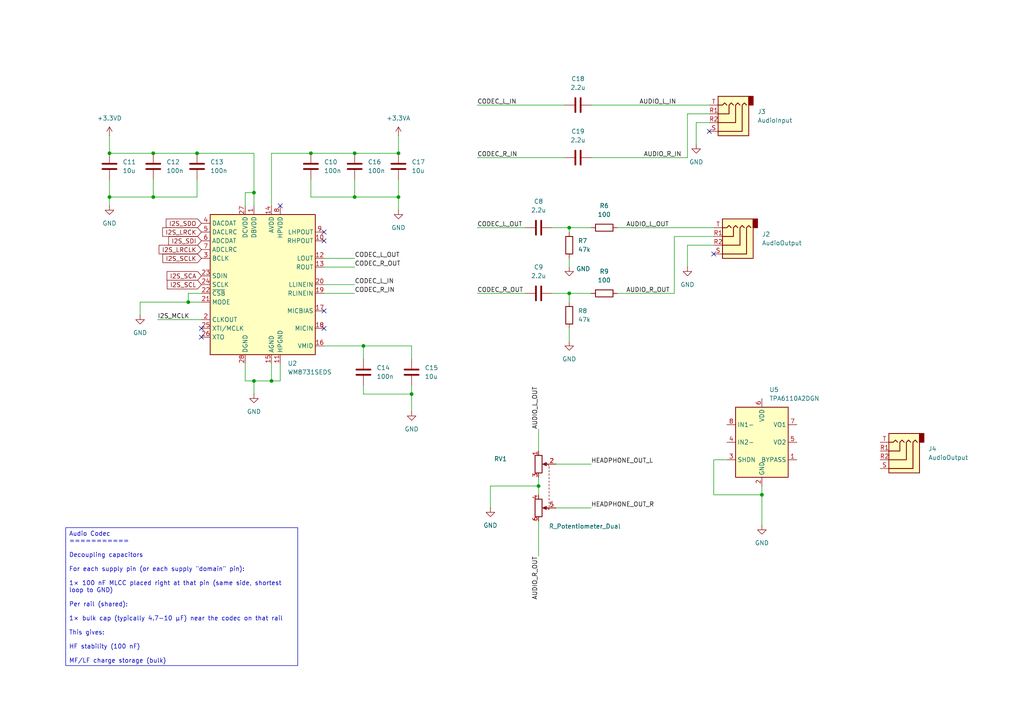
<source format=kicad_sch>
(kicad_sch (version 20250114) (generator "eeschema") (generator_version "9.0")
  (paper "A4")
  (lib_symbols
    (symbol "Amplifier_Audio:TPA6110A2DGN"
      (property "Reference" "U" (at -6.35 11.43 0))
      (property "Value" "TPA6110A2DGN" (at 6.35 11.43 0))
      (symbol "TPA6110A2DGN_0_1"
        (rectangle (start -7.62 10.16) (end 7.62 -10.16) (stroke (width 0.254)) (fill (type background)))
      )
      (symbol "TPA6110A2DGN_1_1"
        (pin input line (at -10.16 5.08 0) (length 2.54) (name "IN1-") (number "8"))
        (pin input line (at -10.16 0 0) (length 2.54) (name "IN2-") (number "4"))
        (pin input line (at -10.16 -5.08 0) (length 2.54) (name "SHDN") (number "3"))
        (pin power_in line (at 0 12.7 270) (length 2.54) (name "VDD") (number "6"))
        (pin power_in line (at 0 -12.7 90) (length 2.54) (name "GND") (number "2"))
        (pin passive line (at 0 -12.7 90) (length 2.54) (hide yes) (name "GND") (number "9"))
        (pin output line (at 10.16 5.08 180) (length 2.54) (name "VO1") (number "7"))
        (pin output line (at 10.16 0 180) (length 2.54) (name "VO2") (number "5"))
        (pin passive line (at 10.16 -5.08 180) (length 2.54) (name "BYPASS") (number "1"))
      )
    )
    (symbol "Audio:WM8731SEDS"
      (property "Reference" "U" (at -13.97 21.59 0))
      (property "Value" "WM8731SEDS" (at 0 5.08 0))
      (symbol "WM8731SEDS_0_1"
        (rectangle (start -15.24 20.32) (end 15.24 -20.32) (stroke (width 0.254)) (fill (type background)))
      )
      (symbol "WM8731SEDS_1_1"
        (pin input line (at -17.78 17.78 0) (length 2.54) (name "DACDAT") (number "4"))
        (pin bidirectional line (at -17.78 15.24 0) (length 2.54) (name "DACLRC") (number "5"))
        (pin output line (at -17.78 12.7 0) (length 2.54) (name "ADCDAT") (number "6"))
        (pin bidirectional line (at -17.78 10.16 0) (length 2.54) (name "ADCLRC") (number "7"))
        (pin bidirectional line (at -17.78 7.62 0) (length 2.54) (name "BCLK") (number "3"))
        (pin bidirectional line (at -17.78 2.54 0) (length 2.54) (name "SDIN") (number "23"))
        (pin input line (at -17.78 0 0) (length 2.54) (name "SCLK") (number "24"))
        (pin input line (at -17.78 -2.54 0) (length 2.54) (name "~{CSB}") (number "22"))
        (pin input line (at -17.78 -5.08 0) (length 2.54) (name "MODE") (number "21"))
        (pin output line (at -17.78 -10.16 0) (length 2.54) (name "CLKOUT") (number "2"))
        (pin input line (at -17.78 -12.7 0) (length 2.54) (name "XTI/MCLK") (number "25"))
        (pin output line (at -17.78 -15.24 0) (length 2.54) (name "XTO") (number "26"))
        (pin power_in line (at -5.08 22.86 270) (length 2.54) (name "DCVDD") (number "27"))
        (pin power_in line (at -5.08 -22.86 90) (length 2.54) (name "DGND") (number "28"))
        (pin power_in line (at -2.54 22.86 270) (length 2.54) (name "DBVDD") (number "1"))
        (pin power_in line (at 2.54 22.86 270) (length 2.54) (name "AVDD") (number "14"))
        (pin power_in line (at 2.54 -22.86 90) (length 2.54) (name "AGND") (number "15"))
        (pin power_in line (at 5.08 22.86 270) (length 2.54) (name "HPVDD") (number "8"))
        (pin power_in line (at 5.08 -22.86 90) (length 2.54) (name "HPGND") (number "11"))
        (pin output line (at 17.78 15.24 180) (length 2.54) (name "LHPOUT") (number "9"))
        (pin output line (at 17.78 12.7 180) (length 2.54) (name "RHPOUT") (number "10"))
        (pin output line (at 17.78 7.62 180) (length 2.54) (name "LOUT") (number "12"))
        (pin output line (at 17.78 5.08 180) (length 2.54) (name "ROUT") (number "13"))
        (pin input line (at 17.78 0 180) (length 2.54) (name "LLINEIN") (number "20"))
        (pin input line (at 17.78 -2.54 180) (length 2.54) (name "RLINEIN") (number "19"))
        (pin output line (at 17.78 -7.62 180) (length 2.54) (name "MICBIAS") (number "17"))
        (pin input line (at 17.78 -12.7 180) (length 2.54) (name "MICIN") (number "18"))
        (pin passive line (at 17.78 -17.78 180) (length 2.54) (name "VMID") (number "16"))
      )
    )
    (symbol "Connector_Audio:AudioJack4"
      (property "Reference" "J" (at 0 8.89 0))
      (property "Value" "AudioJack4" (at 0 6.35 0))
      (symbol "AudioJack4_0_1"
        (rectangle (start -6.35 -5.08) (end -7.62 -7.62) (stroke (width 0.254)) (fill (type outline)))
        (polyline (pts (xy -5.715 -5.08) (xy -5.08 -5.715) (xy -4.445 -5.08) (xy -4.445 2.54) (xy 2.54 2.54)) (stroke (width 0.254)))
        (polyline (pts (xy -1.905 -5.08) (xy -1.27 -5.715) (xy -0.635 -5.08) (xy -0.635 -2.54) (xy 2.54 -2.54)) (stroke (width 0.254)))
        (polyline (pts (xy 0 -5.08) (xy 0.635 -5.715) (xy 1.27 -5.08) (xy 2.54 -5.08)) (stroke (width 0.254)))
        (rectangle (start 2.54 3.81) (end -6.35 -7.62) (stroke (width 0.254)) (fill (type background)))
        (polyline (pts (xy 2.54 0) (xy -2.54 0) (xy -2.54 -5.08) (xy -3.175 -5.715) (xy -3.81 -5.08)) (stroke (width 0.254)))
      )
      (symbol "AudioJack4_1_1"
        (pin passive line (at 5.08 2.54 180) (length 2.54) (name "~") (number "S"))
        (pin passive line (at 5.08 0 180) (length 2.54) (name "~") (number "R2"))
        (pin passive line (at 5.08 -2.54 180) (length 2.54) (name "~") (number "R1"))
        (pin passive line (at 5.08 -5.08 180) (length 2.54) (name "~") (number "T"))
      )
    )
    (symbol "Device:C" (pin_numbers (hide yes)) (pin_names (offset 0.254))
      (property "Reference" "C" (at 0.635 2.54 0))
      (property "Value" "C" (at 0.635 -2.54 0))
      (symbol "C_0_1"
        (polyline (pts (xy -2.032 0.762) (xy 2.032 0.762)) (stroke (width 0.508)))
        (polyline (pts (xy -2.032 -0.762) (xy 2.032 -0.762)) (stroke (width 0.508)))
      )
      (symbol "C_1_1"
        (pin passive line (at 0 3.81 270) (length 2.794) (name "~") (number "1"))
        (pin passive line (at 0 -3.81 90) (length 2.794) (name "~") (number "2"))
      )
    )
    (symbol "Device:R" (pin_numbers (hide yes)) (pin_names (offset 0))
      (property "Reference" "R" (at 2.032 0 90))
      (property "Value" "R" (at 0 0 90))
      (symbol "R_0_1"
        (rectangle (start -1.016 -2.54) (end 1.016 2.54) (stroke (width 0.254)))
      )
      (symbol "R_1_1"
        (pin passive line (at 0 3.81 270) (length 1.27) (name "~") (number "1"))
        (pin passive line (at 0 -3.81 90) (length 1.27) (name "~") (number "2"))
      )
    )
    (symbol "Device:R_Potentiometer_Dual" (pin_names (offset 1.016) (hide yes))
      (property "Reference" "RV" (at 0 3.81 0))
      (property "Value" "R_Potentiometer_Dual" (at 0 1.905 0))
      (symbol "R_Potentiometer_Dual_0_1"
        (rectangle (start -8.89 -1.524) (end -3.81 -3.556) (stroke (width 0.254)))
        (polyline (pts (xy -6.35 0) (xy -6.35 -1.016)))
        (polyline (pts (xy -6.35 0) (xy -6.35 -1.016)))
        (polyline (pts (xy -6.35 0) (xy -5.842 0.508)))
        (polyline (pts (xy -6.35 -1.397) (xy -6.858 -0.254) (xy -5.842 -0.254) (xy -6.35 -1.397)) (fill (type outline)))
        (polyline (pts (xy -5.588 0.508) (xy -5.08 0.508)))
        (polyline (pts (xy -4.572 0.508) (xy -4.064 0.508)))
        (polyline (pts (xy -3.556 0.508) (xy -3.048 0.508)))
        (polyline (pts (xy -2.54 0.508) (xy -2.032 0.508)))
        (polyline (pts (xy -1.524 0.508) (xy -1.016 0.508)))
        (polyline (pts (xy -0.508 0.508) (xy 0 0.508)))
        (polyline (pts (xy 0.508 0.508) (xy 1.016 0.508)))
        (polyline (pts (xy 1.524 0.508) (xy 2.032 0.508)))
        (polyline (pts (xy 2.54 0.508) (xy 3.048 0.508)))
        (polyline (pts (xy 3.556 0.508) (xy 4.064 0.508)))
        (rectangle (start 3.81 -1.524) (end 8.89 -3.556) (stroke (width 0.254)))
        (polyline (pts (xy 4.572 0.508) (xy 5.08 0.508)))
        (polyline (pts (xy 5.588 0.508) (xy 6.096 0.508)))
        (polyline (pts (xy 6.35 0) (xy 6.35 -1.016)))
        (polyline (pts (xy 6.35 0) (xy 6.35 -1.016)))
        (polyline (pts (xy 6.35 -1.397) (xy 5.842 -0.254) (xy 6.858 -0.254) (xy 6.35 -1.397)) (fill (type outline)))
        (polyline (pts (xy 6.604 0.508) (xy 6.858 0.508) (xy 6.35 0)))
      )
      (symbol "R_Potentiometer_Dual_1_1"
        (pin passive line (at -10.16 -2.54 0) (length 1.27) (name "1") (number "1"))
        (pin passive line (at -6.35 2.54 270) (length 2.54) (name "2") (number "2"))
        (pin passive line (at -2.54 -2.54 180) (length 1.27) (name "3") (number "3"))
        (pin passive line (at 2.54 -2.54 0) (length 1.27) (name "4") (number "4"))
        (pin passive line (at 6.35 2.54 270) (length 2.54) (name "5") (number "5"))
        (pin passive line (at 10.16 -2.54 180) (length 1.27) (name "6") (number "6"))
      )
    )
    (symbol "power:+3.3VA" (power) (pin_numbers (hide yes)) (pin_names (offset 0) (hide yes))
      (property "Value" "+3.3VA" (at 0 3.556 0))
      (symbol "+3.3VA_0_1"
        (polyline (pts (xy -0.762 1.27) (xy 0 2.54)))
        (polyline (pts (xy 0 2.54) (xy 0.762 1.27)))
        (polyline (pts (xy 0 0) (xy 0 2.54)))
      )
      (symbol "+3.3VA_1_1"
        (pin power_in line (at 0 0 90) (length 0) (name "~") (number "1"))
      )
    )
    (symbol "power:GND" (power) (pin_numbers (hide yes)) (pin_names (offset 0) (hide yes))
      (property "Value" "GND" (at 0 -3.81 0))
      (symbol "GND_0_1"
        (polyline (pts (xy 0 0) (xy 0 -1.27) (xy 1.27 -1.27) (xy 0 -2.54) (xy -1.27 -1.27) (xy 0 -1.27)))
      )
      (symbol "GND_1_1"
        (pin power_in line (at 0 0 270) (length 0) (name "~") (number "1"))
      )
    )
  )
  (text_box "Audio Codec\n===========\n\nDecoupling capacitors\n\nFor each supply pin (or each supply \"domain\" pin):\n\n1× 100 nF MLCC placed right at that pin (same side, shortest loop to GND)\n\nPer rail (shared):\n\n1× bulk cap (typically 4.7-10 µF) near the codec on that rail\n\nThis gives:\n\nHF stability (100 nF)\n\nMF/LF charge storage (bulk)" (at 19.05 153.035 0) (size 67.31 40.005) (margins 0.9525 0.9525 0.9525 0.9525) (effects (font (size 1.27 1.27)) (justify left top)))
  (junction (at 165.1 85.09))
  (junction (at 119.38 114.3))
  (junction (at 31.75 44.45))
  (junction (at 44.45 57.15))
  (junction (at 105.41 100.33))
  (junction (at 102.87 44.45))
  (junction (at 78.74 110.49))
  (junction (at 156.21 140.97))
  (junction (at 115.57 44.45))
  (junction (at 220.98 143.51))
  (junction (at 54.61 87.63))
  (junction (at 165.1 66.04))
  (junction (at 57.15 44.45))
  (junction (at 102.87 57.15))
  (junction (at 44.45 44.45))
  (junction (at 73.66 110.49))
  (junction (at 90.17 44.45))
  (junction (at 73.66 55.88))
  (junction (at 115.57 57.15))
  (junction (at 31.75 57.15))
  (no_connect (at 93.98 69.85))
  (no_connect (at 207.01 73.66))
  (no_connect (at 81.28 59.69))
  (no_connect (at 93.98 95.25))
  (no_connect (at 205.74 38.1))
  (no_connect (at 93.98 90.17))
  (no_connect (at 58.42 95.25))
  (no_connect (at 58.42 97.79))
  (no_connect (at 93.98 67.31))
  (wire (pts (xy 57.15 44.45) (xy 73.66 44.45)))
  (wire (pts (xy 165.1 85.09) (xy 165.1 87.63)))
  (wire (pts (xy 156.21 151.13) (xy 156.21 161.29)))
  (wire (pts (xy 71.12 110.49) (xy 71.12 105.41)))
  (wire (pts (xy 73.66 59.69) (xy 73.66 55.88)))
  (wire (pts (xy 165.1 66.04) (xy 171.45 66.04)))
  (wire (pts (xy 138.43 66.04) (xy 152.4 66.04)))
  (wire (pts (xy 195.58 68.58) (xy 207.01 68.58)))
  (wire (pts (xy 71.12 55.88) (xy 73.66 55.88)))
  (wire (pts (xy 165.1 95.25) (xy 165.1 99.06)))
  (wire (pts (xy 138.43 85.09) (xy 152.4 85.09)))
  (wire (pts (xy 115.57 52.07) (xy 115.57 57.15)))
  (wire (pts (xy 119.38 114.3) (xy 119.38 119.38)))
  (wire (pts (xy 171.45 30.48) (xy 205.74 30.48)))
  (wire (pts (xy 165.1 66.04) (xy 165.1 67.31)))
  (wire (pts (xy 105.41 100.33) (xy 119.38 100.33)))
  (wire (pts (xy 78.74 44.45) (xy 78.74 59.69)))
  (wire (pts (xy 207.01 133.35) (xy 207.01 143.51)))
  (wire (pts (xy 156.21 124.46) (xy 156.21 130.81)))
  (wire (pts (xy 78.74 105.41) (xy 78.74 110.49)))
  (wire (pts (xy 119.38 100.33) (xy 119.38 104.14)))
  (wire (pts (xy 73.66 110.49) (xy 71.12 110.49)))
  (wire (pts (xy 31.75 39.37) (xy 31.75 44.45)))
  (wire (pts (xy 201.93 35.56) (xy 201.93 41.91)))
  (wire (pts (xy 102.87 52.07) (xy 102.87 57.15)))
  (wire (pts (xy 31.75 44.45) (xy 44.45 44.45)))
  (wire (pts (xy 54.61 85.09) (xy 54.61 87.63)))
  (wire (pts (xy 93.98 100.33) (xy 105.41 100.33)))
  (wire (pts (xy 138.43 30.48) (xy 163.83 30.48)))
  (wire (pts (xy 161.29 147.32) (xy 171.45 147.32)))
  (wire (pts (xy 58.42 85.09) (xy 54.61 85.09)))
  (wire (pts (xy 58.42 87.63) (xy 54.61 87.63)))
  (wire (pts (xy 73.66 110.49) (xy 73.66 114.3)))
  (wire (pts (xy 45.72 92.71) (xy 58.42 92.71)))
  (wire (pts (xy 199.39 33.02) (xy 205.74 33.02)))
  (wire (pts (xy 220.98 143.51) (xy 220.98 152.4)))
  (wire (pts (xy 161.29 134.62) (xy 171.45 134.62)))
  (wire (pts (xy 93.98 77.47) (xy 102.87 77.47)))
  (wire (pts (xy 165.1 85.09) (xy 171.45 85.09)))
  (wire (pts (xy 199.39 45.72) (xy 199.39 33.02)))
  (wire (pts (xy 156.21 138.43) (xy 156.21 140.97)))
  (wire (pts (xy 93.98 85.09) (xy 102.87 85.09)))
  (wire (pts (xy 71.12 59.69) (xy 71.12 55.88)))
  (wire (pts (xy 105.41 100.33) (xy 105.41 104.14)))
  (wire (pts (xy 78.74 44.45) (xy 90.17 44.45)))
  (wire (pts (xy 195.58 68.58) (xy 195.58 85.09)))
  (wire (pts (xy 93.98 74.93) (xy 102.87 74.93)))
  (wire (pts (xy 156.21 140.97) (xy 156.21 143.51)))
  (wire (pts (xy 102.87 44.45) (xy 115.57 44.45)))
  (wire (pts (xy 78.74 110.49) (xy 81.28 110.49)))
  (wire (pts (xy 54.61 87.63) (xy 40.64 87.63)))
  (wire (pts (xy 40.64 87.63) (xy 40.64 91.44)))
  (wire (pts (xy 44.45 44.45) (xy 57.15 44.45)))
  (wire (pts (xy 207.01 143.51) (xy 220.98 143.51)))
  (wire (pts (xy 138.43 45.72) (xy 163.83 45.72)))
  (wire (pts (xy 44.45 52.07) (xy 44.45 57.15)))
  (wire (pts (xy 31.75 52.07) (xy 31.75 57.15)))
  (wire (pts (xy 90.17 52.07) (xy 90.17 57.15)))
  (wire (pts (xy 105.41 114.3) (xy 119.38 114.3)))
  (wire (pts (xy 199.39 71.12) (xy 207.01 71.12)))
  (wire (pts (xy 210.82 133.35) (xy 207.01 133.35)))
  (wire (pts (xy 195.58 85.09) (xy 179.07 85.09)))
  (wire (pts (xy 81.28 105.41) (xy 81.28 110.49)))
  (wire (pts (xy 73.66 110.49) (xy 78.74 110.49)))
  (wire (pts (xy 115.57 39.37) (xy 115.57 44.45)))
  (wire (pts (xy 205.74 35.56) (xy 201.93 35.56)))
  (wire (pts (xy 142.24 140.97) (xy 142.24 147.32)))
  (wire (pts (xy 90.17 44.45) (xy 102.87 44.45)))
  (wire (pts (xy 165.1 74.93) (xy 165.1 77.47)))
  (wire (pts (xy 105.41 111.76) (xy 105.41 114.3)))
  (wire (pts (xy 57.15 52.07) (xy 57.15 57.15)))
  (wire (pts (xy 171.45 45.72) (xy 199.39 45.72)))
  (wire (pts (xy 31.75 57.15) (xy 31.75 59.69)))
  (wire (pts (xy 179.07 66.04) (xy 207.01 66.04)))
  (wire (pts (xy 57.15 57.15) (xy 44.45 57.15)))
  (wire (pts (xy 119.38 114.3) (xy 119.38 111.76)))
  (wire (pts (xy 102.87 57.15) (xy 90.17 57.15)))
  (wire (pts (xy 199.39 71.12) (xy 199.39 77.47)))
  (wire (pts (xy 44.45 57.15) (xy 31.75 57.15)))
  (wire (pts (xy 160.02 85.09) (xy 165.1 85.09)))
  (wire (pts (xy 73.66 44.45) (xy 73.66 55.88)))
  (wire (pts (xy 160.02 66.04) (xy 165.1 66.04)))
  (wire (pts (xy 220.98 140.97) (xy 220.98 143.51)))
  (wire (pts (xy 93.98 82.55) (xy 102.87 82.55)))
  (wire (pts (xy 115.57 57.15) (xy 102.87 57.15)))
  (wire (pts (xy 156.21 140.97) (xy 142.24 140.97)))
  (wire (pts (xy 115.57 57.15) (xy 115.57 60.96)))
  (label "AUDIO_R_IN" (at 186.69 45.72 0))
  (label "CODEC_L_OUT" (at 102.87 74.93 0))
  (label "AUDIO_R_OUT" (at 181.61 85.09 0))
  (label "CODEC_L_IN" (at 102.87 82.55 0))
  (label "CODEC_L_OUT" (at 138.43 66.04 0))
  (label "AUDIO_L_OUT" (at 156.21 124.46 90))
  (label "HEADPHONE_OUT_R" (at 171.45 147.32 0))
  (label "CODEC_R_IN" (at 138.43 45.72 0))
  (label "CODEC_R_OUT" (at 102.87 77.47 0))
  (label "CODEC_R_IN" (at 102.87 85.09 0))
  (label "AUDIO_R_OUT" (at 156.21 161.29 270))
  (label "CODEC_R_OUT" (at 138.43 85.09 0))
  (label "AUDIO_L_IN" (at 185.42 30.48 0))
  (label "HEADPHONE_OUT_L" (at 171.45 134.62 0))
  (label "AUDIO_L_OUT" (at 181.61 66.04 0))
  (label "I2S_MCLK" (at 45.72 92.71 0))
  (label "CODEC_L_IN" (at 138.43 30.48 0))
  (global_label "I2S_SDO" (shape input) (at 58.42 64.77 180) (property "Intersheetrefs" "${INTERSHEET_REFS}" (effects (hide yes))))
  (global_label "I2S_SDI" (shape input) (at 58.42 69.85 180) (property "Intersheetrefs" "${INTERSHEET_REFS}" (effects (hide yes))))
  (global_label "I2S_LRCLK" (shape input) (at 58.42 72.39 180) (property "Intersheetrefs" "${INTERSHEET_REFS}" (effects (hide yes))))
  (global_label "I2S_LRCK" (shape input) (at 58.42 67.31 180) (property "Intersheetrefs" "${INTERSHEET_REFS}" (effects (hide yes))))
  (global_label "I2S_SCA" (shape input) (at 58.42 80.01 180) (property "Intersheetrefs" "${INTERSHEET_REFS}" (effects (hide yes))))
  (global_label "I2S_SCLK" (shape input) (at 58.42 74.93 180) (property "Intersheetrefs" "${INTERSHEET_REFS}" (effects (hide yes))))
  (global_label "I2S_SCL" (shape input) (at 58.42 82.55 180) (property "Intersheetrefs" "${INTERSHEET_REFS}" (effects (hide yes))))
  (symbol (lib_id "power:GND") (at 201.93 41.91 0) (unit 1)
    (property "Reference" "#PWR020" (effects (hide yes)))
    (property "Value" "GND" (at 201.93 46.99 0))
    (property "Description" "Power symbol creates a global label with name \"GND\" , ground" (effects (hide yes)))
  )
  (symbol (lib_id "Device:R") (at 175.26 66.04 90) (unit 1)
    (property "Reference" "R6" (at 175.26 59.69 90))
    (property "Value" "100" (at 175.26 62.23 90))
    (property "Description" "Resistor" (effects (hide yes)))
  )
  (symbol (lib_id "Connector_Audio:AudioJack4") (at 210.82 35.56 180) (unit 1)
    (property "Reference" "J3" (at 219.71 32.3849 0) (effects (justify right)))
    (property "Value" "AudioInput" (at 219.71 34.9249 0) (effects (justify right)))
    (property "Footprint" "Connector_Audio:Jack_3.5mm_PJ320D_Horizontal" (effects (hide yes)))
    (property "Description" "Audio Jack, 4 Poles (TRRS)" (effects (hide yes)))
  )
  (symbol (lib_id "power:+3.3VA") (at 115.57 39.37 0) (unit 1)
    (property "Reference" "#PWR017" (effects (hide yes)))
    (property "Value" "+3.3VA" (at 115.57 34.29 0))
    (property "Description" "Power symbol creates a global label with name \"+3.3VA\"" (effects (hide yes)))
  )
  (symbol (lib_id "power:GND") (at 165.1 99.06 0) (unit 1)
    (property "Reference" "#PWR018" (effects (hide yes)))
    (property "Value" "GND" (at 165.1 104.14 0))
    (property "Description" "Power symbol creates a global label with name \"GND\" , ground" (effects (hide yes)))
  )
  (symbol (lib_id "Device:C") (at 115.57 48.26 0) (unit 1)
    (property "Reference" "C17" (at 119.38 46.9899 0) (effects (justify left)))
    (property "Value" "10u" (at 119.38 49.5299 0) (effects (justify left)))
    (property "Description" "Unpolarized capacitor" (effects (hide yes)))
  )
  (symbol (lib_id "Connector_Audio:AudioJack4") (at 212.09 71.12 180) (unit 1)
    (property "Reference" "J2" (at 220.98 67.9449 0) (effects (justify right)))
    (property "Value" "AudioOutput" (at 220.98 70.4849 0) (effects (justify right)))
    (property "Footprint" "Connector_Audio:Jack_3.5mm_PJ320D_Horizontal" (effects (hide yes)))
    (property "Description" "Audio Jack, 4 Poles (TRRS)" (effects (hide yes)))
  )
  (symbol (lib_id "power:GND") (at 220.98 152.4 0) (unit 1)
    (property "Reference" "#PWR021" (effects (hide yes)))
    (property "Value" "GND" (at 220.98 157.48 0))
    (property "Description" "Power symbol creates a global label with name \"GND\" , ground" (effects (hide yes)))
  )
  (symbol (lib_id "Device:C") (at 105.41 107.95 0) (unit 1)
    (property "Reference" "C14" (at 109.22 106.6799 0) (effects (justify left)))
    (property "Value" "100n" (at 109.22 109.2199 0) (effects (justify left)))
    (property "Description" "Unpolarized capacitor" (effects (hide yes)))
  )
  (symbol (lib_id "power:GND") (at 165.1 77.47 0) (unit 1)
    (property "Reference" "#PWR09" (effects (hide yes)))
    (property "Value" "GND" (at 169.164 77.978 0))
    (property "Description" "Power symbol creates a global label with name \"GND\" , ground" (effects (hide yes)))
  )
  (symbol (lib_id "Audio:WM8731SEDS") (at 76.2 82.55 0) (unit 1)
    (property "Reference" "U2" (at 83.4233 105.41 0) (effects (justify left)))
    (property "Value" "WM8731SEDS" (at 83.4233 107.95 0) (effects (justify left)))
    (property "Footprint" "Package_SO:SSOP-28_5.3x10.2mm_P0.65mm" (effects (hide yes)))
    (property "Datasheet" "https://statics.cirrus.com/pubs/proDatasheet/WM8731_v4.9.pdf" (effects (hide yes)))
    (property "Description" "Portable Internet Audio CODEC with Headphone Driver and Programmable Sample Rates, SSOP-28" (effects (hide yes)))
  )
  (symbol (lib_id "Device:C") (at 119.38 107.95 0) (unit 1)
    (property "Reference" "C15" (at 123.19 106.6799 0) (effects (justify left)))
    (property "Value" "10u" (at 123.19 109.2199 0) (effects (justify left)))
    (property "Description" "Unpolarized capacitor" (effects (hide yes)))
  )
  (symbol (lib_id "Device:R") (at 165.1 71.12 180) (unit 1)
    (property "Reference" "R7" (at 167.64 69.8499 0) (effects (justify right)))
    (property "Value" "47k" (at 167.64 72.3899 0) (effects (justify right)))
    (property "Description" "Resistor" (effects (hide yes)))
  )
  (symbol (lib_id "power:GND") (at 40.64 91.44 0) (unit 1)
    (property "Reference" "#PWR015" (effects (hide yes)))
    (property "Value" "GND" (at 40.64 96.52 0))
    (property "Description" "Power symbol creates a global label with name \"GND\" , ground" (effects (hide yes)))
  )
  (symbol (lib_id "Device:C") (at 167.64 30.48 270) (unit 1)
    (property "Reference" "C18" (at 167.64 22.86 90))
    (property "Value" "2.2u" (at 167.64 25.4 90))
    (property "Description" "Unpolarized capacitor" (effects (hide yes)))
  )
  (symbol (lib_id "Device:C") (at 167.64 45.72 270) (unit 1)
    (property "Reference" "C19" (at 167.64 38.1 90))
    (property "Value" "2.2u" (at 167.64 40.64 90))
    (property "Description" "Unpolarized capacitor" (effects (hide yes)))
  )
  (symbol (lib_id "Device:C") (at 44.45 48.26 0) (unit 1)
    (property "Reference" "C12" (at 48.26 46.9899 0) (effects (justify left)))
    (property "Value" "100n" (at 48.26 49.5299 0) (effects (justify left)))
    (property "Description" "Unpolarized capacitor" (effects (hide yes)))
  )
  (symbol (lib_id "power:GND") (at 115.57 60.96 0) (unit 1)
    (property "Reference" "#PWR07" (effects (hide yes)))
    (property "Value" "GND" (at 115.57 66.04 0))
    (property "Description" "Power symbol creates a global label with name \"GND\" , ground" (effects (hide yes)))
  )
  (symbol (lib_id "Device:C") (at 156.21 85.09 270) (unit 1)
    (property "Reference" "C9" (at 156.21 77.47 90))
    (property "Value" "2.2u" (at 156.21 80.01 90))
    (property "Description" "Unpolarized capacitor" (effects (hide yes)))
  )
  (symbol (lib_id "power:GND") (at 199.39 77.47 0) (unit 1)
    (property "Reference" "#PWR019" (effects (hide yes)))
    (property "Value" "GND" (at 199.39 82.55 0))
    (property "Description" "Power symbol creates a global label with name \"GND\" , ground" (effects (hide yes)))
  )
  (symbol (lib_id "power:GND") (at 142.24 147.32 0) (unit 1)
    (property "Reference" "#PWR022" (effects (hide yes)))
    (property "Value" "GND" (at 142.24 152.4 0))
    (property "Description" "Power symbol creates a global label with name \"GND\" , ground" (effects (hide yes)))
  )
  (symbol (lib_id "Device:C") (at 57.15 48.26 0) (unit 1)
    (property "Reference" "C13" (at 60.96 46.9899 0) (effects (justify left)))
    (property "Value" "100n" (at 60.96 49.5299 0) (effects (justify left)))
    (property "Description" "Unpolarized capacitor" (effects (hide yes)))
  )
  (symbol (lib_id "Device:R") (at 175.26 85.09 90) (unit 1)
    (property "Reference" "R9" (at 175.26 78.74 90))
    (property "Value" "100" (at 175.26 81.28 90))
    (property "Description" "Resistor" (effects (hide yes)))
  )
  (symbol (lib_id "Device:C") (at 156.21 66.04 270) (unit 1)
    (property "Reference" "C8" (at 156.21 58.42 90))
    (property "Value" "2.2u" (at 156.21 60.96 90))
    (property "Description" "Unpolarized capacitor" (effects (hide yes)))
  )
  (symbol (lib_id "power:GND") (at 119.38 119.38 0) (unit 1)
    (property "Reference" "#PWR016" (effects (hide yes)))
    (property "Value" "GND" (at 119.38 124.46 0))
    (property "Description" "Power symbol creates a global label with name \"GND\" , ground" (effects (hide yes)))
  )
  (symbol (lib_id "Connector_Audio:AudioJack4") (at 260.35 133.35 180) (unit 1)
    (property "Reference" "J4" (at 269.24 130.1749 0) (effects (justify right)))
    (property "Value" "AudioOutput" (at 269.24 132.7149 0) (effects (justify right)))
    (property "Footprint" "Connector_Audio:Jack_3.5mm_PJ320D_Horizontal" (effects (hide yes)))
    (property "Description" "Audio Jack, 4 Poles (TRRS)" (effects (hide yes)))
  )
  (symbol (lib_id "Device:R") (at 165.1 91.44 180) (unit 1)
    (property "Reference" "R8" (at 167.64 90.1699 0) (effects (justify right)))
    (property "Value" "47k" (at 167.64 92.7099 0) (effects (justify right)))
    (property "Description" "Resistor" (effects (hide yes)))
  )
  (symbol (lib_id "power:GND") (at 73.66 114.3 0) (unit 1)
    (property "Reference" "#PWR01" (effects (hide yes)))
    (property "Value" "GND" (at 73.66 119.38 0))
    (property "Description" "Power symbol creates a global label with name \"GND\" , ground" (effects (hide yes)))
  )
  (symbol (lib_id "power:GND") (at 31.75 59.69 0) (unit 1)
    (property "Reference" "#PWR014" (effects (hide yes)))
    (property "Value" "GND" (at 31.75 64.77 0))
    (property "Description" "Power symbol creates a global label with name \"GND\" , ground" (effects (hide yes)))
  )
  (symbol (lib_id "Device:C") (at 90.17 48.26 0) (unit 1)
    (property "Reference" "C10" (at 93.98 46.9899 0) (effects (justify left)))
    (property "Value" "100n" (at 93.98 49.5299 0) (effects (justify left)))
    (property "Description" "Unpolarized capacitor" (effects (hide yes)))
  )
  (symbol (lib_id "Device:R_Potentiometer_Dual") (at 158.75 140.97 270) (unit 1)
    (property "Reference" "RV1" (at 147.066 133.096 90) (effects (justify right)))
    (property "Value" "R_Potentiometer_Dual" (at 180.086 152.654 90) (effects (justify right)))
    (property "Description" "Dual potentiometer" (effects (hide yes)))
  )
  (symbol (lib_id "Device:C") (at 31.75 48.26 0) (unit 1)
    (property "Reference" "C11" (at 35.56 46.9899 0) (effects (justify left)))
    (property "Value" "10u" (at 35.56 49.5299 0) (effects (justify left)))
    (property "Description" "Unpolarized capacitor" (effects (hide yes)))
  )
  (symbol (lib_id "Device:C") (at 102.87 48.26 0) (unit 1)
    (property "Reference" "C16" (at 106.68 46.9899 0) (effects (justify left)))
    (property "Value" "100n" (at 106.68 49.5299 0) (effects (justify left)))
    (property "Description" "Unpolarized capacitor" (effects (hide yes)))
  )
  (symbol (lib_id "power:+3.3VA") (at 31.75 39.37 0) (unit 1)
    (property "Reference" "#PWR013" (effects (hide yes)))
    (property "Value" "+3.3VD" (at 31.75 34.29 0))
    (property "Description" "Power symbol creates a global label with name \"+3.3VA\"" (effects (hide yes)))
  )
  (symbol (lib_id "Amplifier_Audio:TPA6110A2DGN") (at 220.98 128.27 0) (unit 1)
    (property "Reference" "U5" (at 223.1233 113.03 0) (effects (justify left)))
    (property "Value" "TPA6110A2DGN" (at 223.1233 115.57 0) (effects (justify left)))
    (property "Footprint" "2" (effects (hide yes)))
    (property "Datasheet" "https://www.ti.com/lit/ds/symlink/tpa6110a2.pdf" (effects (hide yes)))
    (property "Description" "150-mW Stereo Audio Power Amplifier, HVSSOP" (effects (hide yes)))
  )
)
</source>
